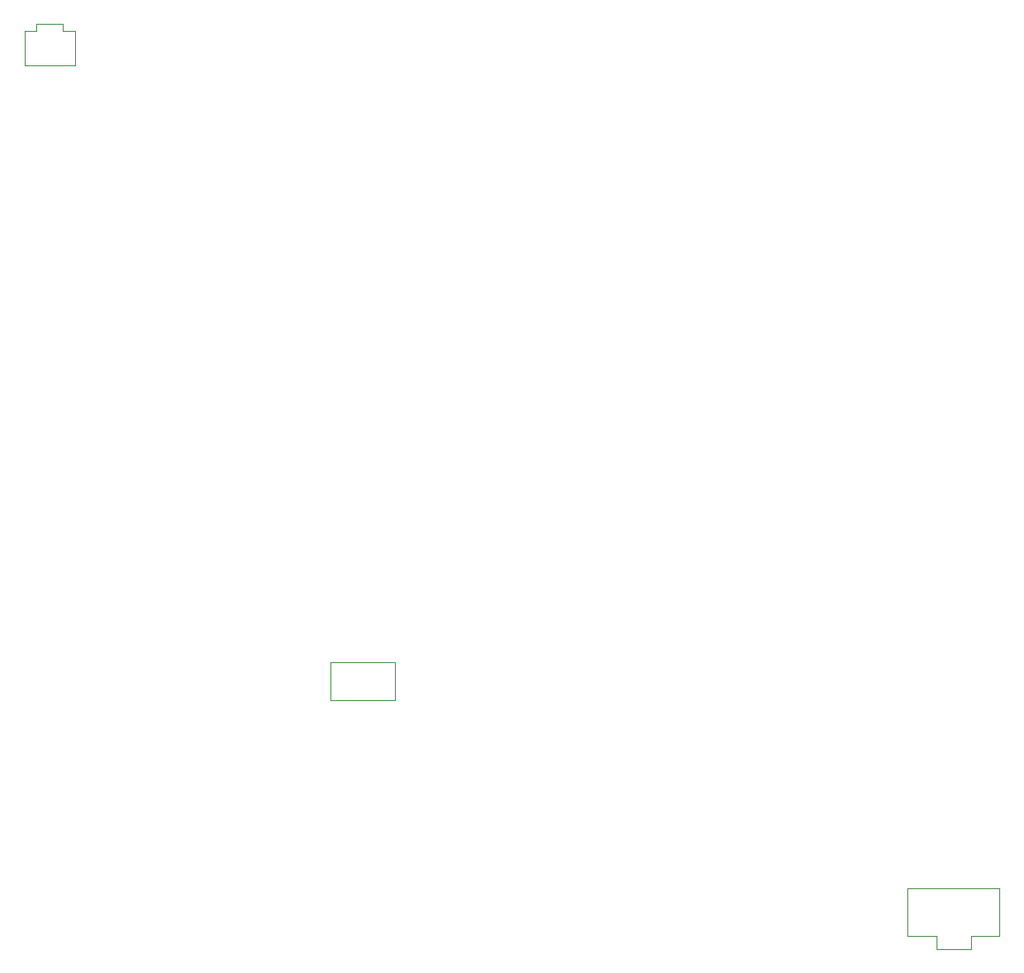
<source format=gbr>
G04 #@! TF.GenerationSoftware,KiCad,Pcbnew,5.1.9*
G04 #@! TF.CreationDate,2021-01-19T21:25:47-06:00*
G04 #@! TF.ProjectId,halfboard,68616c66-626f-4617-9264-2e6b69636164,rev?*
G04 #@! TF.SameCoordinates,Original*
G04 #@! TF.FileFunction,Other,User*
%FSLAX46Y46*%
G04 Gerber Fmt 4.6, Leading zero omitted, Abs format (unit mm)*
G04 Created by KiCad (PCBNEW 5.1.9) date 2021-01-19 21:25:47*
%MOMM*%
%LPD*%
G01*
G04 APERTURE LIST*
%ADD10C,0.050000*%
G04 APERTURE END LIST*
D10*
G04 #@! TO.C, *
X130982000Y-132656000D02*
X130982000Y-128106000D01*
X133732000Y-132656000D02*
X130982000Y-132656000D01*
X133732000Y-133956000D02*
X133732000Y-132656000D01*
X137032000Y-133956000D02*
X133732000Y-133956000D01*
X137032000Y-132656000D02*
X137032000Y-133956000D01*
X139782000Y-132656000D02*
X137032000Y-132656000D01*
X139782000Y-128106000D02*
X139782000Y-132656000D01*
X130982000Y-128106000D02*
X139782000Y-128106000D01*
X46368000Y-45848000D02*
X46368000Y-49148000D01*
X47518000Y-45848000D02*
X46368000Y-45848000D01*
X51168000Y-49148000D02*
X51168000Y-45848000D01*
X46368000Y-49148000D02*
X51168000Y-49148000D01*
X50018000Y-45848000D02*
X51168000Y-45848000D01*
X50018000Y-45148000D02*
X50018000Y-45848000D01*
X47518000Y-45148000D02*
X50018000Y-45148000D01*
X47518000Y-45848000D02*
X47518000Y-45148000D01*
X81810000Y-106404000D02*
X75660000Y-106404000D01*
X75660000Y-106404000D02*
X75660000Y-110004000D01*
X75660000Y-110004000D02*
X81810000Y-110004000D01*
X81810000Y-110004000D02*
X81810000Y-106404000D01*
G04 #@! TD*
M02*

</source>
